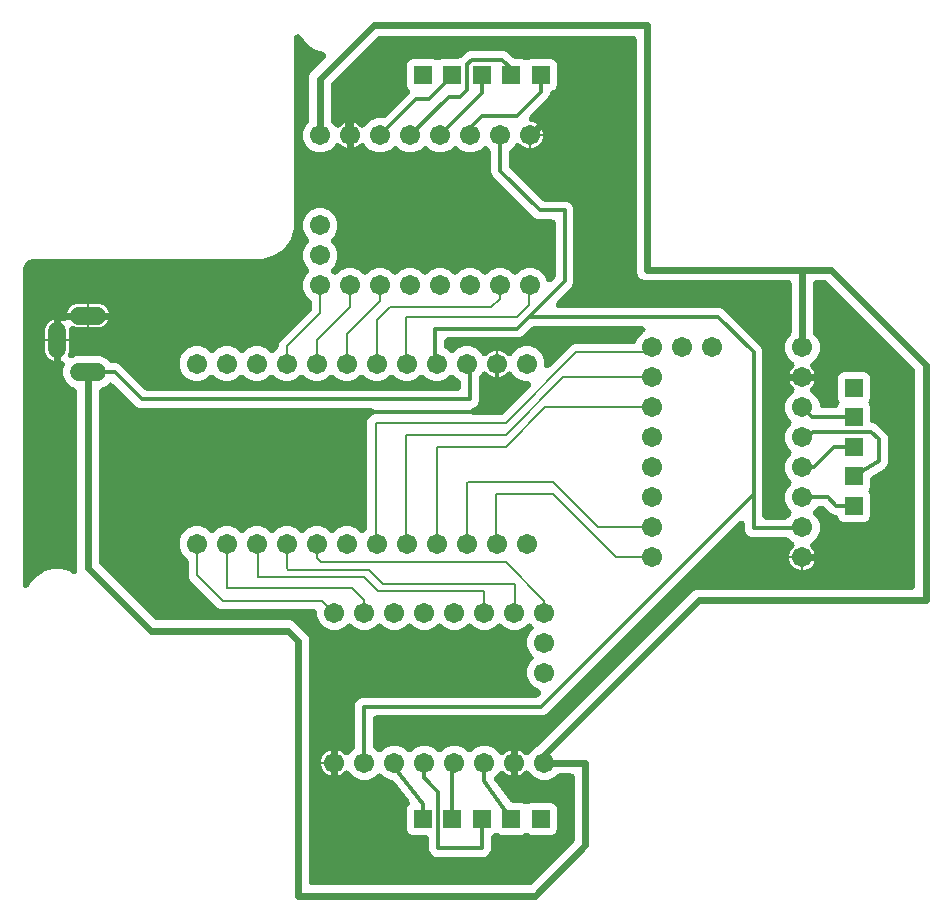
<source format=gbr>
G04 EAGLE Gerber RS-274X export*
G75*
%MOMM*%
%FSLAX44Y44*%
%LPD*%
%INBottom Copper*%
%IPPOS*%
%AMOC8*
5,1,8,0,0,1.08239X$1,22.5*%
G01*
G04 Define Apertures*
%ADD10C,1.705100*%
%ADD11R,1.508000X1.508000*%
%ADD12C,1.508000*%
%ADD13C,0.300000*%
%ADD14C,0.200000*%
%ADD15C,0.600000*%
G36*
X411325Y-762D02*
X412276Y-121D01*
X447674Y35276D01*
X448333Y36272D01*
X448553Y37398D01*
X448553Y90448D01*
X448315Y91618D01*
X447640Y92602D01*
X446634Y93246D01*
X445553Y93448D01*
X435537Y93448D01*
X434367Y93210D01*
X433416Y92569D01*
X430981Y90133D01*
X425642Y87922D01*
X419863Y87922D01*
X414524Y90133D01*
X410325Y94333D01*
X409830Y95067D01*
X408829Y95719D01*
X407654Y95928D01*
X406490Y95663D01*
X405604Y95050D01*
X403621Y93067D01*
X399554Y91382D01*
X398115Y91382D01*
X398115Y113513D01*
X399554Y113513D01*
X403621Y111828D01*
X405604Y109845D01*
X406600Y109185D01*
X407774Y108966D01*
X408940Y109223D01*
X409914Y109913D01*
X410346Y110583D01*
X414524Y114762D01*
X416550Y115600D01*
X417523Y116251D01*
X548902Y247630D01*
X552210Y249000D01*
X733840Y249000D01*
X735010Y249238D01*
X735995Y249913D01*
X736638Y250919D01*
X736840Y252000D01*
X736840Y434315D01*
X736602Y435485D01*
X735961Y436436D01*
X662276Y510121D01*
X661281Y510781D01*
X660155Y511000D01*
X653315Y511000D01*
X652144Y510762D01*
X651160Y510087D01*
X650516Y509081D01*
X650315Y508000D01*
X650315Y466955D01*
X650552Y465785D01*
X651193Y464834D01*
X653629Y462399D01*
X655840Y457060D01*
X655840Y451281D01*
X653629Y445942D01*
X649429Y441743D01*
X648695Y441248D01*
X648043Y440247D01*
X647834Y439072D01*
X648099Y437908D01*
X648712Y437022D01*
X650695Y435039D01*
X652380Y430972D01*
X652380Y429533D01*
X630249Y429533D01*
X630249Y430972D01*
X631934Y435039D01*
X633917Y437022D01*
X634577Y438018D01*
X634796Y439192D01*
X634539Y440358D01*
X633849Y441332D01*
X633179Y441764D01*
X629000Y445942D01*
X626789Y451281D01*
X626789Y457060D01*
X629000Y462399D01*
X631436Y464834D01*
X632095Y465829D01*
X632315Y466955D01*
X632315Y508000D01*
X632077Y509170D01*
X631402Y510155D01*
X630396Y510798D01*
X629315Y511000D01*
X508210Y511000D01*
X504902Y512370D01*
X502370Y514902D01*
X501000Y518210D01*
X501000Y715000D01*
X500762Y716170D01*
X500087Y717155D01*
X499081Y717798D01*
X498000Y718000D01*
X283209Y718000D01*
X282039Y717762D01*
X281088Y717121D01*
X242841Y678874D01*
X242181Y677879D01*
X241962Y676753D01*
X241962Y646440D01*
X242200Y645270D01*
X242841Y644318D01*
X245390Y641770D01*
X245885Y641035D01*
X246885Y640384D01*
X248061Y640174D01*
X249225Y640440D01*
X250110Y641052D01*
X252094Y643036D01*
X256161Y644720D01*
X257600Y644720D01*
X257600Y622589D01*
X256161Y622589D01*
X252094Y624274D01*
X250110Y626258D01*
X249115Y626917D01*
X247941Y627136D01*
X246775Y626880D01*
X245801Y626189D01*
X245369Y625519D01*
X241190Y621341D01*
X235851Y619129D01*
X230073Y619129D01*
X224734Y621341D01*
X220648Y625427D01*
X218437Y630765D01*
X218437Y636544D01*
X220648Y641883D01*
X223083Y644318D01*
X223743Y645314D01*
X223962Y646440D01*
X223962Y683514D01*
X225332Y686822D01*
X237452Y698941D01*
X238111Y699937D01*
X238330Y701110D01*
X238074Y702277D01*
X237383Y703250D01*
X236107Y703960D01*
X229903Y705623D01*
X223937Y709067D01*
X219067Y713937D01*
X216758Y717936D01*
X215967Y718831D01*
X214890Y719346D01*
X213697Y719400D01*
X212578Y718985D01*
X211709Y718166D01*
X211228Y717073D01*
X211160Y716436D01*
X211160Y555065D01*
X208110Y545677D01*
X202308Y537692D01*
X194323Y531890D01*
X184935Y528840D01*
X-10000Y528840D01*
X-10776Y528738D01*
X-13696Y527955D01*
X-15041Y527179D01*
X-17179Y525041D01*
X-17955Y523696D01*
X-18738Y520776D01*
X-18840Y520000D01*
X-18840Y253564D01*
X-18602Y252394D01*
X-17927Y251409D01*
X-16921Y250766D01*
X-15744Y250565D01*
X-14582Y250840D01*
X-13620Y251546D01*
X-13242Y252064D01*
X-10933Y256063D01*
X-6063Y260933D01*
X-97Y264377D01*
X6556Y266160D01*
X13444Y266160D01*
X20097Y264377D01*
X23000Y262701D01*
X24132Y262322D01*
X25323Y262414D01*
X26383Y262964D01*
X27145Y263883D01*
X27500Y265300D01*
X27500Y416945D01*
X27262Y418115D01*
X26587Y419100D01*
X25648Y419716D01*
X21290Y421521D01*
X17481Y425330D01*
X15420Y430307D01*
X15420Y435693D01*
X16699Y438781D01*
X16927Y439953D01*
X16680Y441121D01*
X15997Y442101D01*
X14986Y442736D01*
X13808Y442927D01*
X12779Y442701D01*
X12005Y442380D01*
X10762Y442380D01*
X10762Y459238D01*
X20080Y459238D01*
X20080Y450455D01*
X19613Y449327D01*
X19385Y448155D01*
X19631Y446987D01*
X20314Y446008D01*
X21325Y445372D01*
X22504Y445181D01*
X23533Y445407D01*
X26267Y446540D01*
X46733Y446540D01*
X51710Y444479D01*
X54810Y441379D01*
X55805Y440719D01*
X56931Y440500D01*
X60492Y440500D01*
X63248Y439358D01*
X84228Y418379D01*
X85223Y417719D01*
X86349Y417500D01*
X349500Y417500D01*
X350670Y417738D01*
X351655Y418413D01*
X352298Y419419D01*
X352500Y420500D01*
X352500Y424595D01*
X352262Y425765D01*
X351587Y426750D01*
X350648Y427367D01*
X349119Y428000D01*
X346768Y430351D01*
X345773Y431010D01*
X344599Y431229D01*
X343433Y430973D01*
X342526Y430351D01*
X340175Y428000D01*
X334836Y425789D01*
X329058Y425789D01*
X323719Y428000D01*
X321368Y430351D01*
X320373Y431010D01*
X319199Y431229D01*
X318033Y430973D01*
X317126Y430351D01*
X314775Y428000D01*
X309436Y425789D01*
X303658Y425789D01*
X298319Y428000D01*
X295968Y430351D01*
X294973Y431010D01*
X293799Y431229D01*
X292633Y430973D01*
X291726Y430351D01*
X289375Y428000D01*
X284036Y425789D01*
X278258Y425789D01*
X272919Y428000D01*
X270568Y430351D01*
X269573Y431010D01*
X268399Y431229D01*
X267233Y430973D01*
X266326Y430351D01*
X263975Y428000D01*
X258636Y425789D01*
X252858Y425789D01*
X247519Y428000D01*
X245168Y430351D01*
X244173Y431010D01*
X242999Y431229D01*
X241833Y430973D01*
X240926Y430351D01*
X238575Y428000D01*
X233236Y425789D01*
X227458Y425789D01*
X222119Y428000D01*
X219768Y430351D01*
X218773Y431010D01*
X217599Y431229D01*
X216433Y430973D01*
X215526Y430351D01*
X213175Y428000D01*
X207836Y425789D01*
X202058Y425789D01*
X196719Y428000D01*
X194368Y430351D01*
X193373Y431010D01*
X192199Y431229D01*
X191033Y430973D01*
X190126Y430351D01*
X187775Y428000D01*
X182436Y425789D01*
X176658Y425789D01*
X171319Y428000D01*
X168968Y430351D01*
X167973Y431010D01*
X166799Y431229D01*
X165633Y430973D01*
X164726Y430351D01*
X162375Y428000D01*
X157036Y425789D01*
X151258Y425789D01*
X145919Y428000D01*
X143568Y430351D01*
X142573Y431010D01*
X141399Y431229D01*
X140233Y430973D01*
X139326Y430351D01*
X136975Y428000D01*
X131636Y425789D01*
X125858Y425789D01*
X120519Y428000D01*
X116433Y432086D01*
X114222Y437425D01*
X114222Y443204D01*
X116433Y448543D01*
X120519Y452629D01*
X125858Y454840D01*
X131636Y454840D01*
X136975Y452629D01*
X139326Y450278D01*
X140321Y449619D01*
X141495Y449400D01*
X142661Y449656D01*
X143568Y450278D01*
X145919Y452629D01*
X151258Y454840D01*
X157036Y454840D01*
X162375Y452629D01*
X164726Y450278D01*
X165721Y449619D01*
X166895Y449400D01*
X168061Y449656D01*
X168968Y450278D01*
X171319Y452629D01*
X176658Y454840D01*
X182436Y454840D01*
X187775Y452629D01*
X190126Y450278D01*
X191121Y449619D01*
X192295Y449400D01*
X193461Y449656D01*
X194368Y450278D01*
X197068Y452978D01*
X197728Y453973D01*
X197947Y455099D01*
X197947Y456339D01*
X199013Y458912D01*
X225083Y484983D01*
X225743Y485978D01*
X225962Y487104D01*
X225962Y491870D01*
X225724Y493040D01*
X225083Y493991D01*
X220648Y498427D01*
X218437Y503765D01*
X218437Y509544D01*
X220648Y514883D01*
X222999Y517234D01*
X223658Y518229D01*
X223877Y519403D01*
X223621Y520569D01*
X222999Y521476D01*
X220648Y523827D01*
X218437Y529165D01*
X218437Y534944D01*
X220648Y540283D01*
X222999Y542634D01*
X223658Y543629D01*
X223877Y544803D01*
X223621Y545969D01*
X222999Y546876D01*
X220648Y549227D01*
X218437Y554565D01*
X218437Y560344D01*
X220648Y565683D01*
X224734Y569769D01*
X230073Y571980D01*
X235851Y571980D01*
X241190Y569769D01*
X245276Y565683D01*
X247488Y560344D01*
X247488Y554565D01*
X245276Y549227D01*
X242926Y546876D01*
X242266Y545881D01*
X242047Y544707D01*
X242303Y543541D01*
X242926Y542634D01*
X245276Y540283D01*
X247488Y534944D01*
X247488Y529165D01*
X245276Y523827D01*
X242926Y521476D01*
X242266Y520481D01*
X242047Y519307D01*
X242303Y518141D01*
X242926Y517234D01*
X243541Y516618D01*
X244536Y515959D01*
X245710Y515740D01*
X246876Y515996D01*
X247783Y516618D01*
X250134Y518969D01*
X255473Y521180D01*
X261251Y521180D01*
X266590Y518969D01*
X268941Y516618D01*
X269936Y515959D01*
X271110Y515740D01*
X272276Y515996D01*
X273183Y516618D01*
X275534Y518969D01*
X280873Y521180D01*
X286651Y521180D01*
X291990Y518969D01*
X294341Y516618D01*
X295336Y515959D01*
X296510Y515740D01*
X297676Y515996D01*
X298583Y516618D01*
X300934Y518969D01*
X306273Y521180D01*
X312051Y521180D01*
X317390Y518969D01*
X319741Y516618D01*
X320736Y515959D01*
X321910Y515740D01*
X323076Y515996D01*
X323983Y516618D01*
X326334Y518969D01*
X331673Y521180D01*
X337451Y521180D01*
X342790Y518969D01*
X345141Y516618D01*
X346136Y515959D01*
X347310Y515740D01*
X348476Y515996D01*
X349383Y516618D01*
X351734Y518969D01*
X357073Y521180D01*
X362851Y521180D01*
X368190Y518969D01*
X370541Y516618D01*
X371536Y515959D01*
X372710Y515740D01*
X373876Y515996D01*
X374783Y516618D01*
X377134Y518969D01*
X382473Y521180D01*
X388251Y521180D01*
X393590Y518969D01*
X395941Y516618D01*
X396936Y515959D01*
X398110Y515740D01*
X399276Y515996D01*
X400183Y516618D01*
X402534Y518969D01*
X407873Y521180D01*
X413651Y521180D01*
X418990Y518969D01*
X423076Y514883D01*
X424638Y511111D01*
X425306Y510121D01*
X426306Y509470D01*
X427482Y509260D01*
X428646Y509526D01*
X429531Y510138D01*
X431621Y512228D01*
X432281Y513223D01*
X432500Y514349D01*
X432500Y559500D01*
X432262Y560670D01*
X431587Y561655D01*
X430581Y562298D01*
X429500Y562500D01*
X417525Y562500D01*
X414768Y563642D01*
X379004Y599406D01*
X377862Y602163D01*
X377862Y619370D01*
X377624Y620540D01*
X376983Y621491D01*
X374783Y623691D01*
X373788Y624351D01*
X372614Y624570D01*
X371448Y624313D01*
X370541Y623691D01*
X368190Y621341D01*
X362851Y619129D01*
X357073Y619129D01*
X351734Y621341D01*
X349383Y623691D01*
X348388Y624351D01*
X347214Y624570D01*
X346048Y624313D01*
X345141Y623691D01*
X342790Y621341D01*
X337451Y619129D01*
X331673Y619129D01*
X326334Y621341D01*
X323983Y623691D01*
X322988Y624351D01*
X321814Y624570D01*
X320648Y624313D01*
X319741Y623691D01*
X317390Y621341D01*
X312051Y619129D01*
X306273Y619129D01*
X300934Y621341D01*
X298583Y623691D01*
X297588Y624351D01*
X296414Y624570D01*
X295248Y624313D01*
X294341Y623691D01*
X291990Y621341D01*
X286651Y619129D01*
X280873Y619129D01*
X275534Y621341D01*
X271335Y625540D01*
X270840Y626275D01*
X269839Y626926D01*
X268663Y627136D01*
X267499Y626870D01*
X266614Y626258D01*
X264630Y624274D01*
X260563Y622589D01*
X259124Y622589D01*
X259124Y644720D01*
X260563Y644720D01*
X264630Y643036D01*
X266614Y641052D01*
X267609Y640393D01*
X268783Y640174D01*
X269949Y640430D01*
X270923Y641121D01*
X271355Y641790D01*
X275534Y645969D01*
X280873Y648180D01*
X286438Y648180D01*
X287608Y648418D01*
X288560Y649059D01*
X308346Y668846D01*
X309006Y669841D01*
X309225Y671015D01*
X308968Y672181D01*
X308346Y673088D01*
X307373Y674061D01*
X306460Y676267D01*
X306460Y693733D01*
X307373Y695939D01*
X309061Y697627D01*
X311267Y698540D01*
X328734Y698540D01*
X331352Y697455D01*
X332524Y697227D01*
X333648Y697455D01*
X336267Y698540D01*
X350087Y698540D01*
X351257Y698778D01*
X352209Y699419D01*
X356959Y704169D01*
X359716Y705311D01*
X388746Y705311D01*
X391503Y704169D01*
X396254Y699419D01*
X397249Y698759D01*
X398375Y698540D01*
X403734Y698540D01*
X406352Y697455D01*
X407524Y697227D01*
X408648Y697455D01*
X411267Y698540D01*
X428733Y698540D01*
X430939Y697627D01*
X432627Y695939D01*
X433540Y693733D01*
X433540Y676267D01*
X432627Y674061D01*
X430939Y672373D01*
X429352Y671716D01*
X428362Y671049D01*
X427710Y670048D01*
X427500Y668945D01*
X427500Y668508D01*
X426358Y665752D01*
X410448Y649842D01*
X409789Y648846D01*
X409570Y647673D01*
X409826Y646506D01*
X410517Y645532D01*
X411533Y644905D01*
X412570Y644720D01*
X412963Y644720D01*
X417030Y643036D01*
X420143Y639923D01*
X421828Y635856D01*
X421828Y634417D01*
X410000Y634417D01*
X410000Y622589D01*
X408561Y622589D01*
X404494Y624274D01*
X402510Y626258D01*
X401515Y626917D01*
X400341Y627136D01*
X399175Y626880D01*
X398201Y626189D01*
X397769Y625519D01*
X393741Y621491D01*
X393081Y620496D01*
X392862Y619370D01*
X392862Y608004D01*
X393100Y606834D01*
X393741Y605883D01*
X421245Y578379D01*
X422240Y577719D01*
X423366Y577500D01*
X441492Y577500D01*
X444248Y576358D01*
X446358Y574248D01*
X447500Y571492D01*
X447500Y508508D01*
X446358Y505752D01*
X433228Y492621D01*
X432569Y491626D01*
X432350Y490452D01*
X432606Y489286D01*
X433297Y488312D01*
X434313Y487685D01*
X435349Y487500D01*
X571492Y487500D01*
X574248Y486358D01*
X606358Y454248D01*
X607500Y451492D01*
X607500Y311321D01*
X607738Y310151D01*
X608413Y309166D01*
X609419Y308523D01*
X610500Y308321D01*
X626301Y308321D01*
X627471Y308559D01*
X628456Y309234D01*
X628877Y309875D01*
X631351Y312349D01*
X632010Y313345D01*
X632229Y314518D01*
X631973Y315685D01*
X631351Y316592D01*
X629000Y318942D01*
X626789Y324281D01*
X626789Y330060D01*
X629000Y335399D01*
X631351Y337749D01*
X632010Y338745D01*
X632229Y339918D01*
X631973Y341085D01*
X631351Y341992D01*
X629000Y344342D01*
X626789Y349681D01*
X626789Y355460D01*
X629000Y360799D01*
X631351Y363149D01*
X632010Y364145D01*
X632229Y365318D01*
X631973Y366485D01*
X631351Y367392D01*
X629000Y369742D01*
X626789Y375081D01*
X626789Y380860D01*
X629000Y386199D01*
X631351Y388549D01*
X632010Y389545D01*
X632229Y390718D01*
X631973Y391885D01*
X631351Y392792D01*
X629000Y395142D01*
X626789Y400481D01*
X626789Y406260D01*
X629000Y411599D01*
X633200Y415798D01*
X633934Y416293D01*
X634586Y417294D01*
X634795Y418469D01*
X634530Y419633D01*
X633917Y420519D01*
X631934Y422502D01*
X630249Y426569D01*
X630249Y428009D01*
X652380Y428009D01*
X652380Y426569D01*
X650695Y422502D01*
X648712Y420519D01*
X648052Y419523D01*
X647833Y418350D01*
X648090Y417183D01*
X648780Y416209D01*
X649450Y415777D01*
X653629Y411599D01*
X655840Y406260D01*
X655840Y405500D01*
X656078Y404330D01*
X656753Y403345D01*
X657759Y402702D01*
X658840Y402500D01*
X668945Y402500D01*
X670115Y402738D01*
X671099Y403413D01*
X671716Y404352D01*
X672545Y406352D01*
X672773Y407524D01*
X672545Y408648D01*
X671460Y411267D01*
X671460Y428733D01*
X672373Y430939D01*
X674061Y432627D01*
X676267Y433540D01*
X693733Y433540D01*
X695939Y432627D01*
X697627Y430939D01*
X698540Y428733D01*
X698540Y411267D01*
X697455Y408648D01*
X697227Y407476D01*
X697455Y406352D01*
X698540Y403734D01*
X698540Y393064D01*
X698778Y391894D01*
X699453Y390909D01*
X700459Y390266D01*
X701075Y390151D01*
X704041Y388922D01*
X712358Y380605D01*
X713500Y377848D01*
X713500Y358256D01*
X713531Y357825D01*
X713637Y357099D01*
X713592Y356924D01*
X713500Y356186D01*
X713500Y356006D01*
X713219Y355328D01*
X713083Y354918D01*
X712903Y354207D01*
X712795Y354062D01*
X712427Y353416D01*
X712358Y353249D01*
X711839Y352730D01*
X711557Y352404D01*
X711118Y351816D01*
X710963Y351724D01*
X710376Y351267D01*
X710248Y351140D01*
X709570Y350859D01*
X709184Y350665D01*
X700006Y345203D01*
X699122Y344400D01*
X698621Y343316D01*
X698540Y342625D01*
X698540Y336267D01*
X697455Y333648D01*
X697227Y332476D01*
X697455Y331352D01*
X698540Y328734D01*
X698540Y311267D01*
X697627Y309061D01*
X695939Y307373D01*
X693733Y306460D01*
X676267Y306460D01*
X674061Y307373D01*
X672373Y309061D01*
X671716Y310648D01*
X671049Y311638D01*
X670048Y312290D01*
X668945Y312500D01*
X668508Y312500D01*
X665752Y313642D01*
X660602Y318792D01*
X659606Y319451D01*
X658480Y319671D01*
X655599Y319671D01*
X654429Y319433D01*
X653478Y318792D01*
X651278Y316592D01*
X650619Y315596D01*
X650400Y314423D01*
X650656Y313257D01*
X651278Y312349D01*
X653629Y309999D01*
X655840Y304660D01*
X655840Y298881D01*
X653629Y293542D01*
X649429Y289343D01*
X648695Y288848D01*
X648043Y287847D01*
X647834Y286672D01*
X648099Y285508D01*
X648712Y284622D01*
X650695Y282639D01*
X652380Y278572D01*
X652380Y277133D01*
X630249Y277133D01*
X630249Y278572D01*
X631934Y282639D01*
X633917Y284622D01*
X634577Y285618D01*
X634796Y286792D01*
X634539Y287958D01*
X633849Y288932D01*
X633179Y289364D01*
X630101Y292442D01*
X629105Y293102D01*
X627979Y293321D01*
X598508Y293321D01*
X595752Y294463D01*
X593642Y296573D01*
X592500Y299329D01*
X592500Y304651D01*
X592262Y305821D01*
X591587Y306806D01*
X590581Y307449D01*
X589404Y307649D01*
X588242Y307374D01*
X587379Y306772D01*
X424248Y143642D01*
X421492Y142500D01*
X280500Y142500D01*
X279330Y142262D01*
X278345Y141587D01*
X277702Y140581D01*
X277500Y139500D01*
X277500Y117085D01*
X277738Y115915D01*
X278379Y114964D01*
X280931Y112411D01*
X281927Y111752D01*
X283100Y111533D01*
X284267Y111789D01*
X285174Y112411D01*
X287524Y114762D01*
X292863Y116973D01*
X298642Y116973D01*
X303981Y114762D01*
X306331Y112411D01*
X307327Y111752D01*
X308500Y111533D01*
X309667Y111789D01*
X310574Y112411D01*
X312924Y114762D01*
X318263Y116973D01*
X324042Y116973D01*
X329381Y114762D01*
X331731Y112411D01*
X332727Y111752D01*
X333900Y111533D01*
X335067Y111789D01*
X335974Y112411D01*
X338324Y114762D01*
X343663Y116973D01*
X349442Y116973D01*
X354781Y114762D01*
X357131Y112411D01*
X358127Y111752D01*
X359300Y111533D01*
X360467Y111789D01*
X361374Y112411D01*
X363724Y114762D01*
X369063Y116973D01*
X374842Y116973D01*
X380181Y114762D01*
X384380Y110562D01*
X384875Y109828D01*
X385876Y109176D01*
X387051Y108967D01*
X388215Y109232D01*
X389101Y109845D01*
X391084Y111828D01*
X395151Y113513D01*
X396591Y113513D01*
X396591Y91382D01*
X395151Y91382D01*
X391084Y93067D01*
X389101Y95050D01*
X388105Y95710D01*
X386932Y95929D01*
X385765Y95672D01*
X384791Y94982D01*
X384359Y94312D01*
X381139Y91092D01*
X380480Y90096D01*
X380261Y88923D01*
X380517Y87756D01*
X380835Y87205D01*
X393522Y69775D01*
X394403Y68968D01*
X395948Y68540D01*
X403734Y68540D01*
X406352Y67455D01*
X407524Y67227D01*
X408648Y67455D01*
X411267Y68540D01*
X428733Y68540D01*
X430939Y67627D01*
X432627Y65939D01*
X433540Y63733D01*
X433540Y46267D01*
X432627Y44061D01*
X430939Y42373D01*
X428733Y41460D01*
X411267Y41460D01*
X408648Y42545D01*
X407476Y42773D01*
X406352Y42545D01*
X403734Y41460D01*
X386267Y41460D01*
X383648Y42545D01*
X382476Y42773D01*
X381352Y42545D01*
X379352Y41716D01*
X378362Y41049D01*
X377710Y40048D01*
X377500Y38945D01*
X377500Y28508D01*
X376358Y25752D01*
X374248Y23642D01*
X371492Y22500D01*
X331508Y22500D01*
X328752Y23642D01*
X326642Y25752D01*
X325500Y28508D01*
X325500Y38460D01*
X325262Y39630D01*
X324587Y40615D01*
X323581Y41258D01*
X322500Y41460D01*
X311267Y41460D01*
X309061Y42373D01*
X307373Y44061D01*
X306460Y46267D01*
X306460Y63733D01*
X307373Y65939D01*
X308041Y66606D01*
X308700Y67602D01*
X308919Y68776D01*
X308663Y69942D01*
X308282Y70577D01*
X295605Y86771D01*
X294697Y87546D01*
X293243Y87922D01*
X292863Y87922D01*
X287524Y90133D01*
X285174Y92484D01*
X284178Y93143D01*
X283005Y93362D01*
X281839Y93106D01*
X280931Y92484D01*
X278581Y90133D01*
X273242Y87922D01*
X267463Y87922D01*
X262124Y90133D01*
X257925Y94333D01*
X257430Y95067D01*
X256429Y95719D01*
X255254Y95928D01*
X254090Y95663D01*
X253204Y95050D01*
X251221Y93067D01*
X247154Y91382D01*
X245715Y91382D01*
X245715Y113513D01*
X247154Y113513D01*
X251221Y111828D01*
X253204Y109845D01*
X254200Y109185D01*
X255374Y108966D01*
X256540Y109223D01*
X257514Y109913D01*
X257946Y110583D01*
X261621Y114259D01*
X262281Y115254D01*
X262500Y116380D01*
X262500Y151492D01*
X263642Y154248D01*
X265752Y156358D01*
X268508Y157500D01*
X415651Y157500D01*
X416821Y157738D01*
X417772Y158379D01*
X419271Y159878D01*
X419930Y160873D01*
X420149Y162047D01*
X419893Y163213D01*
X419202Y164187D01*
X418298Y164771D01*
X414524Y166333D01*
X410438Y170419D01*
X408227Y175758D01*
X408227Y181537D01*
X410438Y186876D01*
X412789Y189226D01*
X413448Y190222D01*
X413667Y191395D01*
X413411Y192562D01*
X412789Y193469D01*
X410438Y195819D01*
X408227Y201158D01*
X408227Y206937D01*
X410438Y212276D01*
X412789Y214626D01*
X413448Y215622D01*
X413667Y216795D01*
X413411Y217962D01*
X412789Y218869D01*
X412174Y219484D01*
X411178Y220143D01*
X410005Y220362D01*
X408839Y220106D01*
X407931Y219484D01*
X405581Y217133D01*
X400242Y214922D01*
X394463Y214922D01*
X389124Y217133D01*
X386774Y219484D01*
X385778Y220143D01*
X384605Y220362D01*
X383439Y220106D01*
X382531Y219484D01*
X380181Y217133D01*
X374842Y214922D01*
X369063Y214922D01*
X363724Y217133D01*
X361374Y219484D01*
X360378Y220143D01*
X359205Y220362D01*
X358039Y220106D01*
X357131Y219484D01*
X354781Y217133D01*
X349442Y214922D01*
X343663Y214922D01*
X338324Y217133D01*
X335974Y219484D01*
X334978Y220143D01*
X333805Y220362D01*
X332639Y220106D01*
X331731Y219484D01*
X329381Y217133D01*
X324042Y214922D01*
X318263Y214922D01*
X312924Y217133D01*
X310574Y219484D01*
X309578Y220143D01*
X308405Y220362D01*
X307239Y220106D01*
X306331Y219484D01*
X303981Y217133D01*
X298642Y214922D01*
X292863Y214922D01*
X287524Y217133D01*
X285174Y219484D01*
X284178Y220143D01*
X283005Y220362D01*
X281839Y220106D01*
X280931Y219484D01*
X278581Y217133D01*
X273242Y214922D01*
X267463Y214922D01*
X262124Y217133D01*
X259774Y219484D01*
X258778Y220143D01*
X257605Y220362D01*
X256439Y220106D01*
X255531Y219484D01*
X253181Y217133D01*
X247842Y214922D01*
X242063Y214922D01*
X236724Y217133D01*
X232638Y221219D01*
X230427Y226558D01*
X230427Y229448D01*
X230189Y230618D01*
X229514Y231602D01*
X228508Y232246D01*
X227427Y232448D01*
X149160Y232448D01*
X146587Y233513D01*
X122813Y257288D01*
X121747Y259861D01*
X121747Y273130D01*
X121509Y274300D01*
X120868Y275251D01*
X116433Y279686D01*
X114222Y285025D01*
X114222Y290804D01*
X116433Y296143D01*
X120519Y300229D01*
X125858Y302440D01*
X131636Y302440D01*
X136975Y300229D01*
X139326Y297878D01*
X140321Y297219D01*
X141495Y297000D01*
X142661Y297256D01*
X143568Y297878D01*
X145919Y300229D01*
X151258Y302440D01*
X157036Y302440D01*
X162375Y300229D01*
X164726Y297878D01*
X165721Y297219D01*
X166895Y297000D01*
X168061Y297256D01*
X168968Y297878D01*
X171319Y300229D01*
X176658Y302440D01*
X182436Y302440D01*
X187775Y300229D01*
X190126Y297878D01*
X191121Y297219D01*
X192295Y297000D01*
X193461Y297256D01*
X194368Y297878D01*
X196719Y300229D01*
X202058Y302440D01*
X207836Y302440D01*
X213175Y300229D01*
X215526Y297878D01*
X216521Y297219D01*
X217695Y297000D01*
X218861Y297256D01*
X219768Y297878D01*
X222119Y300229D01*
X227458Y302440D01*
X233236Y302440D01*
X238575Y300229D01*
X240926Y297878D01*
X241921Y297219D01*
X243095Y297000D01*
X244261Y297256D01*
X245168Y297878D01*
X247519Y300229D01*
X252858Y302440D01*
X258636Y302440D01*
X263975Y300229D01*
X266326Y297878D01*
X267321Y297219D01*
X268495Y297000D01*
X269661Y297256D01*
X270568Y297878D01*
X272121Y299431D01*
X272781Y300426D01*
X273000Y301552D01*
X273000Y391392D01*
X274066Y393965D01*
X276035Y395934D01*
X277952Y396728D01*
X278942Y397396D01*
X279593Y398396D01*
X279803Y399572D01*
X279537Y400736D01*
X278839Y401704D01*
X277818Y402323D01*
X276804Y402500D01*
X80508Y402500D01*
X77752Y403642D01*
X57912Y423481D01*
X56917Y424141D01*
X55743Y424359D01*
X54577Y424103D01*
X53670Y423481D01*
X51710Y421521D01*
X47352Y419716D01*
X46362Y419049D01*
X45710Y418048D01*
X45500Y416945D01*
X45500Y272631D01*
X45738Y271460D01*
X46379Y270509D01*
X92849Y224039D01*
X93845Y223379D01*
X94971Y223160D01*
X207656Y223160D01*
X210963Y221790D01*
X221790Y210963D01*
X223160Y207656D01*
X223160Y2000D01*
X223398Y830D01*
X224073Y-155D01*
X225079Y-798D01*
X226160Y-1000D01*
X410155Y-1000D01*
X411325Y-762D01*
G37*
%LPC*%
G36*
X411524Y622589D02*
X411524Y632893D01*
X421828Y632893D01*
X421828Y631454D01*
X420143Y627387D01*
X417030Y624274D01*
X412963Y622589D01*
X411524Y622589D01*
G37*
G36*
X18880Y481762D02*
X18880Y483005D01*
X20415Y486710D01*
X23250Y489545D01*
X26955Y491080D01*
X35738Y491080D01*
X35738Y481762D01*
X18880Y481762D01*
G37*
G36*
X37262Y481762D02*
X37262Y491080D01*
X46045Y491080D01*
X49750Y489545D01*
X52585Y486710D01*
X54120Y483005D01*
X54120Y481762D01*
X37262Y481762D01*
G37*
G36*
X37262Y470920D02*
X37262Y480238D01*
X54120Y480238D01*
X54120Y478995D01*
X52585Y475290D01*
X49750Y472455D01*
X46045Y470920D01*
X37262Y470920D01*
G37*
G36*
X10762Y460762D02*
X10762Y477620D01*
X12005Y477620D01*
X14732Y476490D01*
X15904Y476262D01*
X17072Y476509D01*
X18051Y477192D01*
X18687Y478203D01*
X18880Y479262D01*
X18880Y480238D01*
X35738Y480238D01*
X35738Y470920D01*
X26955Y470920D01*
X24228Y472050D01*
X23056Y472278D01*
X21888Y472031D01*
X20909Y471348D01*
X20273Y470337D01*
X20080Y469278D01*
X20080Y460762D01*
X10762Y460762D01*
G37*
G36*
X-80Y460762D02*
X-80Y469545D01*
X1455Y473250D01*
X4290Y476085D01*
X7995Y477620D01*
X9238Y477620D01*
X9238Y460762D01*
X-80Y460762D01*
G37*
G36*
X7995Y442380D02*
X4290Y443915D01*
X1455Y446750D01*
X-80Y450455D01*
X-80Y459238D01*
X9238Y459238D01*
X9238Y442380D01*
X7995Y442380D01*
G37*
G36*
X642077Y265305D02*
X642077Y275609D01*
X652380Y275609D01*
X652380Y274169D01*
X650695Y270102D01*
X647583Y266990D01*
X643516Y265305D01*
X642077Y265305D01*
G37*
G36*
X639113Y265305D02*
X635046Y266990D01*
X631934Y270102D01*
X630249Y274169D01*
X630249Y275609D01*
X640553Y275609D01*
X640553Y265305D01*
X639113Y265305D01*
G37*
G36*
X233887Y103210D02*
X233887Y104649D01*
X235572Y108716D01*
X238684Y111828D01*
X242751Y113513D01*
X244191Y113513D01*
X244191Y103210D01*
X233887Y103210D01*
G37*
G36*
X242751Y91382D02*
X238684Y93067D01*
X235572Y96179D01*
X233887Y100246D01*
X233887Y101686D01*
X244191Y101686D01*
X244191Y91382D01*
X242751Y91382D01*
G37*
%LPD*%
G36*
X387028Y397238D02*
X387979Y397879D01*
X410768Y420668D01*
X411428Y421663D01*
X411647Y422837D01*
X411390Y424003D01*
X410700Y424977D01*
X409684Y425604D01*
X408647Y425789D01*
X405258Y425789D01*
X399919Y428000D01*
X395720Y432200D01*
X395225Y432934D01*
X394224Y433586D01*
X393048Y433795D01*
X391884Y433530D01*
X390999Y432917D01*
X389015Y430934D01*
X384948Y429249D01*
X383509Y429249D01*
X383509Y451380D01*
X384948Y451380D01*
X389015Y449695D01*
X390999Y447712D01*
X391994Y447052D01*
X393168Y446833D01*
X394334Y447090D01*
X395308Y447780D01*
X395740Y448450D01*
X399919Y452629D01*
X405258Y454840D01*
X411036Y454840D01*
X416375Y452629D01*
X420461Y448543D01*
X422673Y443204D01*
X422673Y439815D01*
X422910Y438645D01*
X423585Y437660D01*
X424591Y437016D01*
X425768Y436816D01*
X426930Y437091D01*
X427794Y437693D01*
X446035Y455934D01*
X448608Y457000D01*
X497760Y457000D01*
X498930Y457238D01*
X499915Y457913D01*
X500531Y458852D01*
X502000Y462399D01*
X506086Y466485D01*
X506675Y466728D01*
X507665Y467396D01*
X508316Y468396D01*
X508526Y469572D01*
X508260Y470736D01*
X507562Y471704D01*
X506541Y472323D01*
X505527Y472500D01*
X414349Y472500D01*
X413179Y472262D01*
X412228Y471621D01*
X404248Y463642D01*
X401492Y462500D01*
X340500Y462500D01*
X339330Y462262D01*
X338345Y461587D01*
X337702Y460581D01*
X337500Y459500D01*
X337500Y455741D01*
X337738Y454571D01*
X338413Y453586D01*
X339352Y452970D01*
X340175Y452629D01*
X342526Y450278D01*
X343521Y449619D01*
X344695Y449400D01*
X345861Y449656D01*
X346768Y450278D01*
X349119Y452629D01*
X354458Y454840D01*
X360236Y454840D01*
X365575Y452629D01*
X369775Y448429D01*
X370270Y447695D01*
X371270Y447043D01*
X372446Y446834D01*
X373610Y447099D01*
X374495Y447712D01*
X376479Y449695D01*
X380546Y451380D01*
X381985Y451380D01*
X381985Y429249D01*
X380546Y429249D01*
X376479Y430934D01*
X374495Y432917D01*
X373500Y433577D01*
X372326Y433796D01*
X371160Y433539D01*
X370186Y432849D01*
X369754Y432179D01*
X368379Y430804D01*
X367719Y429809D01*
X367500Y428683D01*
X367500Y408508D01*
X366358Y405752D01*
X364248Y403642D01*
X362148Y402772D01*
X361158Y402104D01*
X360506Y401104D01*
X360297Y399928D01*
X360562Y398764D01*
X361261Y397796D01*
X362281Y397177D01*
X363296Y397000D01*
X385858Y397000D01*
X387028Y397238D01*
G37*
D10*
X408147Y440315D03*
X382747Y440315D03*
X357347Y440315D03*
X331947Y440315D03*
X306547Y440315D03*
X281147Y440315D03*
X255747Y440315D03*
X230347Y440315D03*
X204947Y440315D03*
X179547Y440315D03*
X154147Y440315D03*
X128747Y440315D03*
X408147Y287915D03*
X382747Y287915D03*
X357347Y287915D03*
X331947Y287915D03*
X306547Y287915D03*
X281147Y287915D03*
X255747Y287915D03*
X230347Y287915D03*
X204947Y287915D03*
X179547Y287915D03*
X154147Y287915D03*
X128747Y287915D03*
X422753Y229448D03*
X397353Y229448D03*
X371953Y229448D03*
X346553Y229448D03*
X321153Y229448D03*
X295753Y229448D03*
X270353Y229448D03*
X244953Y229448D03*
X422753Y102448D03*
X397353Y102448D03*
X371953Y102448D03*
X346553Y102448D03*
X321153Y102448D03*
X295753Y102448D03*
X270353Y102448D03*
X244953Y102448D03*
X422753Y204048D03*
X422753Y178648D03*
X514315Y454171D03*
X514315Y428771D03*
X514315Y403371D03*
X514315Y377971D03*
X514315Y352571D03*
X514315Y327171D03*
X514315Y301771D03*
X514315Y276371D03*
X641315Y454171D03*
X641315Y428771D03*
X641315Y403371D03*
X641315Y377971D03*
X641315Y352571D03*
X641315Y327171D03*
X641315Y301771D03*
X641315Y276371D03*
X539715Y454171D03*
X565115Y454171D03*
X232962Y506655D03*
X258362Y506655D03*
X283762Y506655D03*
X309162Y506655D03*
X334562Y506655D03*
X359962Y506655D03*
X385362Y506655D03*
X410762Y506655D03*
X232962Y633655D03*
X258362Y633655D03*
X283762Y633655D03*
X309162Y633655D03*
X334562Y633655D03*
X359962Y633655D03*
X385362Y633655D03*
X410762Y633655D03*
X232962Y532055D03*
X232962Y557455D03*
D11*
X420000Y55000D03*
X395000Y55000D03*
X370000Y55000D03*
X345000Y55000D03*
X320000Y55000D03*
X685000Y420000D03*
X685000Y395000D03*
X685000Y370000D03*
X685000Y345000D03*
X685000Y320000D03*
X320000Y685000D03*
X345000Y685000D03*
X370000Y685000D03*
X395000Y685000D03*
X420000Y685000D03*
D12*
X10000Y467540D02*
X10000Y452460D01*
X28960Y433000D02*
X44040Y433000D01*
X44040Y481000D02*
X28960Y481000D01*
D13*
X345000Y685000D02*
X347819Y687247D01*
X314543Y664436D02*
X283762Y633655D01*
X325008Y664436D02*
X347819Y687247D01*
X325008Y664436D02*
X314543Y664436D01*
X370000Y669093D02*
X370000Y685000D01*
X370000Y669093D02*
X334562Y633655D01*
X395000Y685000D02*
X397819Y687247D01*
X387255Y697811D01*
X361207Y697811D01*
X357564Y672207D02*
X351793Y666436D01*
X341943Y666436D01*
X309162Y633655D01*
X357564Y672207D02*
X357564Y694168D01*
X361207Y697811D01*
D14*
X410762Y506655D02*
X410000Y505893D01*
X410000Y490000D01*
X400000Y480000D01*
X306000Y480000D01*
X306000Y440862D01*
X306547Y440315D01*
X385362Y495362D02*
X385362Y506655D01*
X385362Y495362D02*
X378000Y488000D01*
X292000Y488000D01*
X281147Y477147D01*
X281147Y440315D01*
X283762Y493762D02*
X283762Y506655D01*
X283762Y493762D02*
X255747Y465747D01*
X255747Y440315D01*
X258362Y488362D02*
X258362Y506655D01*
X258362Y488362D02*
X230000Y460000D01*
X230000Y440662D01*
X230347Y440315D01*
X232962Y482962D02*
X232962Y506655D01*
X232962Y482962D02*
X204947Y454947D01*
X204947Y440315D01*
X234953Y239448D02*
X244953Y229448D01*
X234953Y239448D02*
X150553Y239448D01*
X128747Y261253D01*
X128747Y287915D01*
X270000Y229800D02*
X270353Y229448D01*
X270000Y229800D02*
X270000Y240000D01*
X260000Y250000D01*
X154000Y250000D01*
X154000Y287768D01*
X154147Y287915D01*
X179547Y287915D02*
X180000Y287462D01*
X180000Y260000D01*
X270000Y260000D01*
X282000Y248000D01*
X372000Y248000D01*
X372000Y229495D01*
X371953Y229448D01*
X204947Y267053D02*
X204947Y287915D01*
X204947Y267053D02*
X206000Y266000D01*
X274000Y266000D01*
X286000Y254000D01*
X398000Y254000D01*
X398000Y230095D01*
X397353Y229448D01*
X230347Y275653D02*
X230347Y287915D01*
X230347Y275653D02*
X234000Y272000D01*
X390000Y272000D02*
X422753Y239248D01*
X422753Y229448D01*
X390000Y272000D02*
X234000Y272000D01*
D13*
X649685Y395000D02*
X685000Y395000D01*
X649685Y395000D02*
X641315Y403371D01*
X668197Y370000D02*
X685000Y370000D01*
X650768Y352571D02*
X641315Y352571D01*
X650768Y352571D02*
X668197Y370000D01*
X670000Y320000D02*
X685000Y320000D01*
X670000Y320000D02*
X662830Y327171D01*
X641315Y327171D01*
X685000Y345000D02*
X706000Y357498D01*
X649908Y382564D02*
X645315Y377971D01*
X641315Y377971D01*
X649908Y382564D02*
X699793Y382564D01*
X706000Y376357D01*
X706000Y357498D01*
X371953Y102448D02*
X371953Y86663D01*
X395000Y55000D01*
X370000Y55000D02*
X370000Y30000D01*
X333000Y30000D01*
X333000Y78000D01*
X325500Y85500D01*
X325000Y86000D01*
X321153Y89848D01*
X321153Y102448D01*
X295753Y102448D02*
X295753Y98751D01*
X320000Y67775D02*
X320000Y55000D01*
X320000Y67775D02*
X295753Y98751D01*
X345000Y100895D02*
X346553Y102448D01*
X345000Y100895D02*
X345000Y55000D01*
X331947Y440315D02*
X330000Y442262D01*
X330000Y470000D01*
X400000Y470000D01*
X410000Y480000D01*
X440000Y510000D01*
X410000Y480000D02*
X570000Y480000D01*
X600000Y450000D01*
X600000Y330000D01*
X420000Y150000D01*
X270000Y150000D01*
X270000Y102800D02*
X270353Y102448D01*
X440000Y510000D02*
X440000Y570000D01*
X385362Y603655D02*
X385362Y633655D01*
X270000Y150000D02*
X270000Y102800D01*
X600000Y300821D02*
X600000Y330000D01*
X600000Y300821D02*
X640365Y300821D01*
X641315Y301771D01*
X440000Y570000D02*
X419017Y570000D01*
X385362Y603655D01*
X357347Y440315D02*
X360000Y437662D01*
X360000Y410000D01*
X82000Y410000D01*
D15*
X422753Y108753D02*
X422753Y102448D01*
X422753Y108753D02*
X554000Y240000D01*
X641315Y454171D02*
X641315Y520000D01*
X510000Y520000D01*
X457553Y102448D02*
X422753Y102448D01*
X214160Y205865D02*
X205865Y214160D01*
X90000Y214160D01*
X36500Y267660D01*
X554000Y240000D02*
X745840Y240000D01*
X745840Y439285D01*
X665125Y520000D01*
X641315Y520000D01*
X510000Y520000D02*
X510000Y727000D01*
X415125Y-10000D02*
X214160Y-10000D01*
X214160Y205865D01*
X457553Y102448D02*
X457553Y32427D01*
X415125Y-10000D01*
X510000Y727000D02*
X278239Y727000D01*
X232962Y681724D02*
X232962Y633655D01*
X232962Y681724D02*
X278239Y727000D01*
D13*
X59000Y433000D02*
X82000Y410000D01*
D15*
X36500Y433000D02*
X36500Y267660D01*
D13*
X36500Y433000D02*
X59000Y433000D01*
D15*
X410762Y633655D02*
X435000Y657893D01*
X435000Y658000D01*
X258362Y633655D02*
X257000Y635017D01*
X257000Y651000D01*
X258362Y649638D01*
X258362Y633655D01*
X258362Y611362D01*
X258000Y611000D01*
X641315Y276371D02*
X661630Y276371D01*
X662000Y276000D01*
X641315Y428771D02*
X624230Y428771D01*
X623000Y430000D01*
X641315Y428771D02*
X660771Y428771D01*
X661000Y429000D01*
X397353Y120353D02*
X397353Y102448D01*
X397353Y120353D02*
X399000Y122000D01*
X397353Y102448D02*
X397353Y80648D01*
X398000Y80000D01*
X244953Y102448D02*
X244953Y123953D01*
X245000Y124000D01*
X244953Y102448D02*
X245000Y102400D01*
X245000Y76000D01*
D13*
X382747Y403747D02*
X382747Y440315D01*
X382747Y403747D02*
X378000Y399000D01*
X270000Y399000D01*
D15*
X36500Y481000D02*
X13000Y481000D01*
X10000Y484000D01*
X10000Y460000D01*
X10000Y438000D01*
X9000Y437000D01*
X36500Y481000D02*
X66000Y481000D01*
D14*
X483630Y276371D02*
X514315Y276371D01*
X483630Y276371D02*
X430000Y330000D01*
X382000Y330000D01*
X382000Y288662D01*
X382747Y287915D01*
X468230Y301771D02*
X514315Y301771D01*
X468230Y301771D02*
X430000Y340000D01*
X358000Y340000D01*
X357347Y339347D01*
X357347Y287915D01*
X423371Y403371D02*
X514315Y403371D01*
X423371Y403371D02*
X390000Y370000D01*
X332000Y370000D01*
X331947Y369947D01*
X331947Y287915D01*
X438771Y428771D02*
X514315Y428771D01*
X438771Y428771D02*
X390000Y380000D01*
X306000Y380000D01*
X306000Y288462D01*
X306547Y287915D01*
X510144Y450000D02*
X514315Y454171D01*
X510144Y450000D02*
X450000Y450000D01*
X390000Y390000D01*
X280000Y390000D01*
X280000Y289062D01*
X281147Y287915D01*
D13*
X420000Y670000D02*
X420000Y685000D01*
X420000Y670000D02*
X400000Y650000D01*
X370000Y650000D01*
X359962Y639962D01*
X359962Y633655D01*
M02*

</source>
